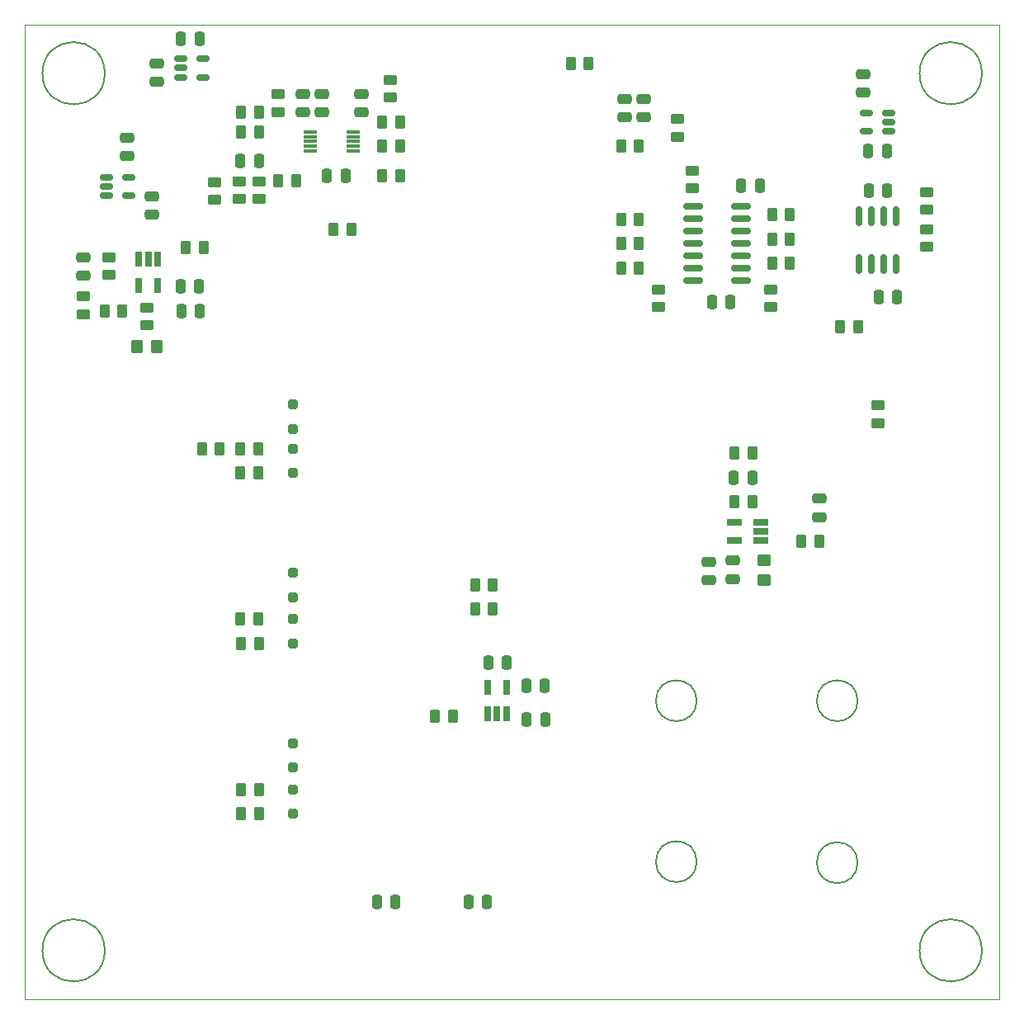
<source format=gtp>
G04 #@! TF.GenerationSoftware,KiCad,Pcbnew,7.0.8-7.0.8~ubuntu22.04.1*
G04 #@! TF.CreationDate,2023-10-06T16:41:22-07:00*
G04 #@! TF.ProjectId,feedbackController,66656564-6261-4636-9b43-6f6e74726f6c,rev?*
G04 #@! TF.SameCoordinates,Original*
G04 #@! TF.FileFunction,Paste,Top*
G04 #@! TF.FilePolarity,Positive*
%FSLAX46Y46*%
G04 Gerber Fmt 4.6, Leading zero omitted, Abs format (unit mm)*
G04 Created by KiCad (PCBNEW 7.0.8-7.0.8~ubuntu22.04.1) date 2023-10-06 16:41:22*
%MOMM*%
%LPD*%
G01*
G04 APERTURE LIST*
G04 Aperture macros list*
%AMRoundRect*
0 Rectangle with rounded corners*
0 $1 Rounding radius*
0 $2 $3 $4 $5 $6 $7 $8 $9 X,Y pos of 4 corners*
0 Add a 4 corners polygon primitive as box body*
4,1,4,$2,$3,$4,$5,$6,$7,$8,$9,$2,$3,0*
0 Add four circle primitives for the rounded corners*
1,1,$1+$1,$2,$3*
1,1,$1+$1,$4,$5*
1,1,$1+$1,$6,$7*
1,1,$1+$1,$8,$9*
0 Add four rect primitives between the rounded corners*
20,1,$1+$1,$2,$3,$4,$5,0*
20,1,$1+$1,$4,$5,$6,$7,0*
20,1,$1+$1,$6,$7,$8,$9,0*
20,1,$1+$1,$8,$9,$2,$3,0*%
G04 Aperture macros list end*
%ADD10RoundRect,0.250000X0.450000X-0.262500X0.450000X0.262500X-0.450000X0.262500X-0.450000X-0.262500X0*%
%ADD11RoundRect,0.250000X-0.250000X-0.475000X0.250000X-0.475000X0.250000X0.475000X-0.250000X0.475000X0*%
%ADD12RoundRect,0.250000X-0.262500X-0.450000X0.262500X-0.450000X0.262500X0.450000X-0.262500X0.450000X0*%
%ADD13RoundRect,0.250000X-0.475000X0.250000X-0.475000X-0.250000X0.475000X-0.250000X0.475000X0.250000X0*%
%ADD14RoundRect,0.250000X0.262500X0.450000X-0.262500X0.450000X-0.262500X-0.450000X0.262500X-0.450000X0*%
%ADD15RoundRect,0.250000X-0.450000X0.262500X-0.450000X-0.262500X0.450000X-0.262500X0.450000X0.262500X0*%
%ADD16RoundRect,0.250000X0.250000X-0.250000X0.250000X0.250000X-0.250000X0.250000X-0.250000X-0.250000X0*%
%ADD17RoundRect,0.250000X0.475000X-0.250000X0.475000X0.250000X-0.475000X0.250000X-0.475000X-0.250000X0*%
%ADD18R,0.650000X1.560000*%
%ADD19RoundRect,0.150000X-0.825000X-0.150000X0.825000X-0.150000X0.825000X0.150000X-0.825000X0.150000X0*%
%ADD20RoundRect,0.250000X0.250000X0.475000X-0.250000X0.475000X-0.250000X-0.475000X0.250000X-0.475000X0*%
%ADD21RoundRect,0.150000X-0.512500X-0.150000X0.512500X-0.150000X0.512500X0.150000X-0.512500X0.150000X0*%
%ADD22RoundRect,0.150000X-0.150000X0.825000X-0.150000X-0.825000X0.150000X-0.825000X0.150000X0.825000X0*%
%ADD23R,1.560000X0.650000*%
%ADD24RoundRect,0.250000X0.450000X-0.350000X0.450000X0.350000X-0.450000X0.350000X-0.450000X-0.350000X0*%
%ADD25R,1.400000X0.300000*%
%ADD26RoundRect,0.250000X0.350000X0.450000X-0.350000X0.450000X-0.350000X-0.450000X0.350000X-0.450000X0*%
%ADD27RoundRect,0.150000X0.512500X0.150000X-0.512500X0.150000X-0.512500X-0.150000X0.512500X-0.150000X0*%
%ADD28C,0.150000*%
G04 #@! TA.AperFunction,Profile*
%ADD29C,0.100000*%
G04 #@! TD*
G04 APERTURE END LIST*
D10*
X115000000Y-79000000D03*
X115000000Y-77175000D03*
D11*
X101450000Y-117850000D03*
X103350000Y-117850000D03*
D12*
X72087500Y-93500000D03*
X73912500Y-93500000D03*
D13*
X78500000Y-57100000D03*
X78500000Y-59000000D03*
D11*
X66050000Y-79385380D03*
X67950000Y-79385380D03*
D14*
X113000000Y-75000000D03*
X111175000Y-75000000D03*
D12*
X72175000Y-128500000D03*
X74000000Y-128500000D03*
D15*
X74000000Y-66087500D03*
X74000000Y-67912500D03*
D16*
X77500000Y-91500000D03*
X77500000Y-89000000D03*
D17*
X84500000Y-59000000D03*
X84500000Y-57100000D03*
D18*
X97500000Y-120700000D03*
X98450000Y-120700000D03*
X99400000Y-120700000D03*
X99400000Y-118000000D03*
X97500000Y-118000000D03*
D14*
X128500000Y-72000000D03*
X126675000Y-72000000D03*
X77825000Y-66000000D03*
X76000000Y-66000000D03*
X128500000Y-69500000D03*
X126675000Y-69500000D03*
D17*
X131500000Y-100560000D03*
X131500000Y-98660000D03*
D18*
X63600000Y-74085380D03*
X62650000Y-74085380D03*
X61700000Y-74085380D03*
X61700000Y-76785380D03*
X63600000Y-76785380D03*
D13*
X63000000Y-67600000D03*
X63000000Y-69500000D03*
D19*
X118525000Y-68690000D03*
X118525000Y-69960000D03*
X118525000Y-71230000D03*
X118525000Y-72500000D03*
X118525000Y-73770000D03*
X118525000Y-75040000D03*
X118525000Y-76310000D03*
X123475000Y-76310000D03*
X123475000Y-75040000D03*
X123475000Y-73770000D03*
X123475000Y-72500000D03*
X123475000Y-71230000D03*
X123475000Y-69960000D03*
X123475000Y-68690000D03*
D14*
X135500000Y-81000000D03*
X133675000Y-81000000D03*
D12*
X66500000Y-72885380D03*
X68325000Y-72885380D03*
D20*
X138500000Y-67000000D03*
X136600000Y-67000000D03*
D14*
X113000000Y-70000000D03*
X111175000Y-70000000D03*
D15*
X62500000Y-79045380D03*
X62500000Y-80870380D03*
D14*
X83500000Y-71000000D03*
X81675000Y-71000000D03*
D17*
X63500000Y-55900000D03*
X63500000Y-54000000D03*
D10*
X58587500Y-75710380D03*
X58587500Y-73885380D03*
D14*
X124650000Y-94000000D03*
X122825000Y-94000000D03*
D11*
X72100000Y-64000000D03*
X74000000Y-64000000D03*
D20*
X97400000Y-140000000D03*
X95500000Y-140000000D03*
D14*
X73912500Y-96000000D03*
X72087500Y-96000000D03*
D16*
X77500000Y-126250000D03*
X77500000Y-123750000D03*
D11*
X122750000Y-96500000D03*
X124650000Y-96500000D03*
D12*
X129675000Y-103000000D03*
X131500000Y-103000000D03*
D21*
X66000000Y-53500000D03*
X66000000Y-54450000D03*
X66000000Y-55400000D03*
X68275000Y-55400000D03*
X68275000Y-53500000D03*
D10*
X56000000Y-79710380D03*
X56000000Y-77885380D03*
X117000000Y-61500000D03*
X117000000Y-59675000D03*
D14*
X128500000Y-74500000D03*
X126675000Y-74500000D03*
D10*
X87500000Y-57500000D03*
X87500000Y-55675000D03*
D22*
X139380000Y-69660000D03*
X138110000Y-69660000D03*
X136840000Y-69660000D03*
X135570000Y-69660000D03*
X135570000Y-74610000D03*
X136840000Y-74610000D03*
X138110000Y-74610000D03*
X139380000Y-74610000D03*
D23*
X125500000Y-102950000D03*
X125500000Y-102000000D03*
X125500000Y-101050000D03*
X122800000Y-101050000D03*
X122800000Y-102950000D03*
D11*
X86100000Y-140000000D03*
X88000000Y-140000000D03*
D12*
X68175000Y-93500000D03*
X70000000Y-93500000D03*
D14*
X113000000Y-62500000D03*
X111175000Y-62500000D03*
D11*
X101500000Y-121350000D03*
X103400000Y-121350000D03*
D17*
X56000000Y-75785380D03*
X56000000Y-73885380D03*
D13*
X80500000Y-57100000D03*
X80500000Y-59000000D03*
D11*
X123500000Y-66500000D03*
X125400000Y-66500000D03*
D16*
X77500000Y-108750000D03*
X77500000Y-106250000D03*
D24*
X125825000Y-107000000D03*
X125825000Y-105000000D03*
D11*
X81000000Y-65500000D03*
X82900000Y-65500000D03*
D20*
X67900000Y-51500000D03*
X66000000Y-51500000D03*
D25*
X79300000Y-61000000D03*
X79300000Y-61500000D03*
X79300000Y-62000000D03*
X79300000Y-62500000D03*
X79300000Y-63000000D03*
X83700000Y-63000000D03*
X83700000Y-62500000D03*
X83700000Y-62000000D03*
X83700000Y-61500000D03*
X83700000Y-61000000D03*
D17*
X136000000Y-57000000D03*
X136000000Y-55100000D03*
D14*
X74000000Y-61000000D03*
X72175000Y-61000000D03*
X74000000Y-113500000D03*
X72175000Y-113500000D03*
X93912500Y-121000000D03*
X92087500Y-121000000D03*
D11*
X65950000Y-76885380D03*
X67850000Y-76885380D03*
D14*
X74000000Y-59000000D03*
X72175000Y-59000000D03*
D17*
X60500000Y-63500000D03*
X60500000Y-61600000D03*
D12*
X86675000Y-62500000D03*
X88500000Y-62500000D03*
D10*
X118500000Y-66825000D03*
X118500000Y-65000000D03*
D13*
X122650000Y-105000000D03*
X122650000Y-106900000D03*
D26*
X63500000Y-83045380D03*
X61500000Y-83045380D03*
D14*
X98000000Y-110000000D03*
X96175000Y-110000000D03*
X113000000Y-72500000D03*
X111175000Y-72500000D03*
X74000000Y-131000000D03*
X72175000Y-131000000D03*
D11*
X97550000Y-115500000D03*
X99450000Y-115500000D03*
D12*
X72087500Y-111000000D03*
X73912500Y-111000000D03*
D15*
X69500000Y-66175000D03*
X69500000Y-68000000D03*
D16*
X77500000Y-113500000D03*
X77500000Y-111000000D03*
D15*
X137500000Y-89087500D03*
X137500000Y-90912500D03*
X142500000Y-67175000D03*
X142500000Y-69000000D03*
D27*
X138637500Y-60950000D03*
X138637500Y-60000000D03*
X138637500Y-59050000D03*
X136362500Y-59050000D03*
X136362500Y-60950000D03*
D15*
X126500000Y-77175000D03*
X126500000Y-79000000D03*
D14*
X98000000Y-107500000D03*
X96175000Y-107500000D03*
D12*
X86675000Y-65500000D03*
X88500000Y-65500000D03*
D11*
X120500000Y-78500000D03*
X122400000Y-78500000D03*
D13*
X120150000Y-105100000D03*
X120150000Y-107000000D03*
D10*
X76000000Y-59000000D03*
X76000000Y-57175000D03*
D16*
X77500000Y-131000000D03*
X77500000Y-128500000D03*
D13*
X111500000Y-57600000D03*
X111500000Y-59500000D03*
D15*
X142500000Y-71000000D03*
X142500000Y-72825000D03*
D20*
X139500000Y-78000000D03*
X137600000Y-78000000D03*
D12*
X86675000Y-60000000D03*
X88500000Y-60000000D03*
D16*
X77500000Y-96000000D03*
X77500000Y-93500000D03*
D10*
X72000000Y-67912500D03*
X72000000Y-66087500D03*
D11*
X136550000Y-63000000D03*
X138450000Y-63000000D03*
D12*
X122825000Y-99000000D03*
X124650000Y-99000000D03*
D14*
X107825000Y-54000000D03*
X106000000Y-54000000D03*
D13*
X113500000Y-57600000D03*
X113500000Y-59500000D03*
D12*
X58175000Y-79385380D03*
X60000000Y-79385380D03*
D21*
X58362500Y-65650000D03*
X58362500Y-66600000D03*
X58362500Y-67550000D03*
X60637500Y-67550000D03*
X60637500Y-65650000D03*
D28*
X135450000Y-119380000D02*
G75*
G03*
X135450000Y-119380000I-2100000J0D01*
G01*
X148200000Y-55000000D02*
G75*
G03*
X148200000Y-55000000I-3200000J0D01*
G01*
X58200000Y-55000000D02*
G75*
G03*
X58200000Y-55000000I-3200000J0D01*
G01*
X118940000Y-119380000D02*
G75*
G03*
X118940000Y-119380000I-2100000J0D01*
G01*
X148200000Y-145000000D02*
G75*
G03*
X148200000Y-145000000I-3200000J0D01*
G01*
X58200000Y-145000000D02*
G75*
G03*
X58200000Y-145000000I-3200000J0D01*
G01*
X118940000Y-135890000D02*
G75*
G03*
X118940000Y-135890000I-2100000J0D01*
G01*
X135450000Y-136000000D02*
G75*
G03*
X135450000Y-136000000I-2100000J0D01*
G01*
D29*
X150000000Y-50000000D02*
X50000000Y-50000000D01*
X50000000Y-50000000D02*
X50000000Y-150000000D01*
X150000000Y-150000000D02*
X150000000Y-50000000D01*
X50000000Y-150000000D02*
X150000000Y-150000000D01*
M02*

</source>
